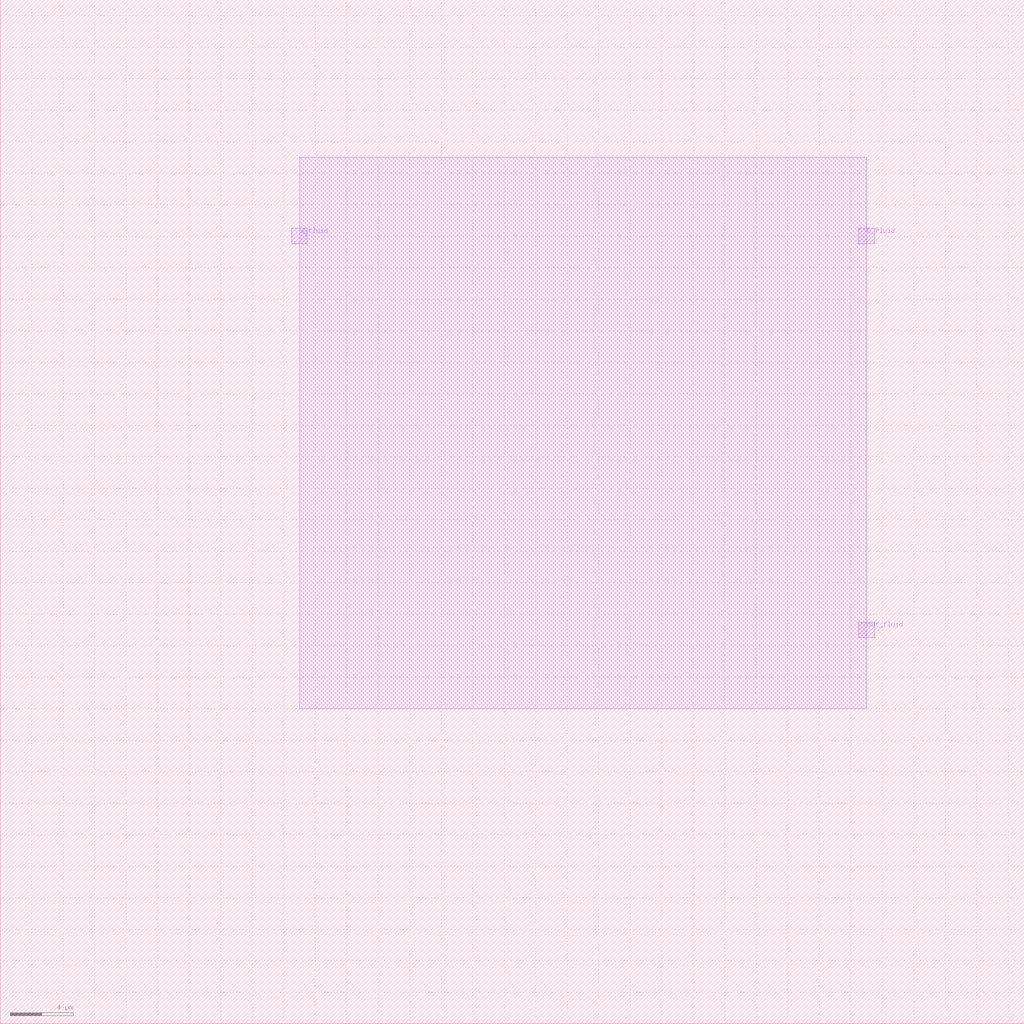
<source format=lef>

MACRO junction_25px_0
  CLASS CORE ;
  ORIGIN  0 0 ;
  FOREIGN junction_25px_0 0 0 ;
  SIZE 65 BY 65 ;
  SYMMETRY X Y ;
  SITE CoreSite ;
  PIN a_fluid
    DIRECTION INPUT ;
    USE SIGNAL ;
    PORT
      LAYER met1 ;
        RECT 18.5 49.5 19.5 50.5 ;
    END
  END a_fluid
  PIN b_fluid
    DIRECTION INPUT ;
    USE SIGNAL ;
    PORT
      LAYER met1 ;
        RECT 54.5 49.5 55.5 50.5 ;
    END
  END b_fluid
  PIN out_fluid
    DIRECTION OUTPUT ;
    USE SIGNAL ;
    PORT
      LAYER met1 ;
        RECT 54.5 24.5 55.5 25.5 ;
    END
  END out_fluid
  OBS
    LAYER met1 ;
      RECT 19 20 55 55 ;
  END
  PROPERTY CatenaDesignType "deviceLevel" ;
END junction_25px_0

</source>
